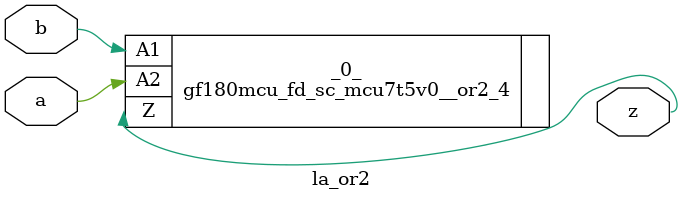
<source format=v>

/* Generated by Yosys 0.44 (git sha1 80ba43d26, g++ 11.4.0-1ubuntu1~22.04 -fPIC -O3) */

(* top =  1  *)
(* src = "generated" *)
module la_or2 (
    a,
    b,
    z
);
  (* src = "generated" *)
  input a;
  wire a;
  (* src = "generated" *)
  input b;
  wire b;
  (* src = "generated" *)
  output z;
  wire z;
  gf180mcu_fd_sc_mcu7t5v0__or2_4 _0_ (
      .A1(b),
      .A2(a),
      .Z (z)
  );
endmodule

</source>
